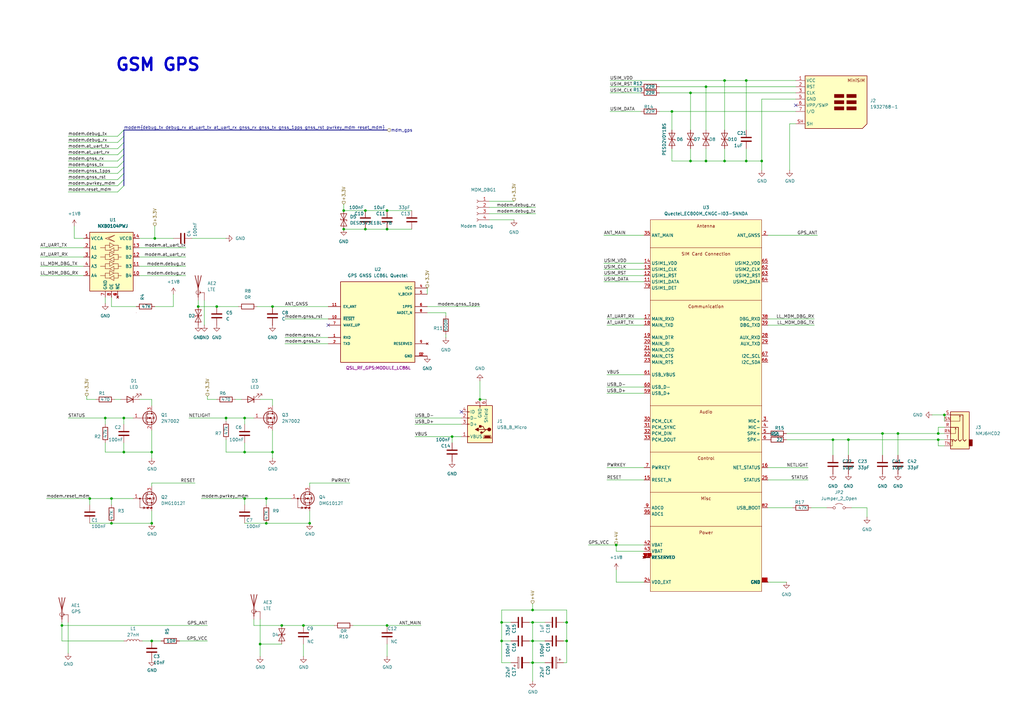
<source format=kicad_sch>
(kicad_sch (version 20231120) (generator "eeschema") (generator_version "8.0")
  (paper "A3")
  (junction (at 45.72 214.63))
  (junction (at 196.85 163.83))
  (junction (at 25.4 256.54))
  (junction (at 312.42 66.04))
  (junction (at 232.41 262.89))
  (junction (at 50.8 171.45))
  (junction (at 252.73 223.52))
  (junction (at 158.75 86.36))
  (junction (at 218.44 250.19))
  (junction (at 218.44 255.27))
  (junction (at 185.42 179.07))
  (junction (at 283.21 66.04))
  (junction (at 63.5 97.79))
  (junction (at 109.22 214.63))
  (junction (at 232.41 255.27))
  (junction (at 111.76 185.42))
  (junction (at 158.75 256.54))
  (junction (at 109.22 204.47))
  (junction (at 368.3 177.8))
  (junction (at 62.23 214.63))
  (junction (at 283.21 38.1))
  (junction (at 347.98 180.34))
  (junction (at 140.97 86.36))
  (junction (at 62.23 262.89))
  (junction (at 50.8 185.42))
  (junction (at 275.59 45.72))
  (junction (at 111.76 125.73))
  (junction (at 341.63 180.34))
  (junction (at 92.71 171.45))
  (junction (at 289.56 35.56))
  (junction (at 81.28 125.73))
  (junction (at 205.74 255.27))
  (junction (at 115.57 256.54))
  (junction (at 43.18 171.45))
  (junction (at 88.9 125.73))
  (junction (at 218.44 271.78))
  (junction (at 45.72 204.47))
  (junction (at 124.46 256.54))
  (junction (at 384.81 180.34))
  (junction (at 205.74 262.89))
  (junction (at 361.95 177.8))
  (junction (at 127 214.63))
  (junction (at 140.97 93.98))
  (junction (at 149.86 93.98))
  (junction (at 100.33 171.45))
  (junction (at 62.23 185.42))
  (junction (at 149.86 86.36))
  (junction (at 36.83 204.47))
  (junction (at 297.18 33.02))
  (junction (at 218.44 262.89))
  (junction (at 158.75 93.98))
  (junction (at 297.18 66.04))
  (junction (at 289.56 66.04))
  (junction (at 306.07 66.04))
  (junction (at 100.33 204.47))
  (junction (at 387.35 170.18))
  (junction (at 306.07 33.02))
  (junction (at 106.68 264.16))
  (junction (at 100.33 185.42))
  (junction (at 384.81 177.8))
  (no_connect (at 189.23 168.91))
  (no_connect (at 326.39 43.18))
  (no_connect (at 134.62 133.35))
  (bus_entry (at 50.8 58.42) (size -2.54 2.54))
  (bus_entry (at 50.8 55.88) (size -2.54 2.54))
  (bus_entry (at 50.8 66.04) (size -2.54 2.54))
  (bus_entry (at 50.8 68.58) (size -2.54 2.54))
  (bus_entry (at 50.8 71.12) (size -2.54 2.54))
  (bus_entry (at 50.8 53.34) (size -2.54 2.54))
  (bus_entry (at 50.8 73.66) (size -2.54 2.54))
  (bus_entry (at 50.8 76.2) (size -2.54 2.54))
  (bus_entry (at 50.8 63.5) (size -2.54 2.54))
  (bus_entry (at 50.8 60.96) (size -2.54 2.54))
  (wire (pts (xy 368.3 177.8) (xy 384.81 177.8)))
  (wire (pts (xy 100.33 181.61) (xy 100.33 185.42)))
  (wire (pts (xy 209.55 262.89) (xy 205.74 262.89)))
  (wire (pts (xy 347.98 180.34) (xy 347.98 186.69)))
  (wire (pts (xy 92.71 171.45) (xy 92.71 172.72)))
  (wire (pts (xy 247.65 107.95) (xy 264.16 107.95)))
  (wire (pts (xy 88.9 125.73) (xy 97.79 125.73)))
  (wire (pts (xy 81.28 125.73) (xy 88.9 125.73)))
  (wire (pts (xy 252.73 238.76) (xy 252.73 233.68)))
  (wire (pts (xy 27.94 66.04) (xy 48.26 66.04)))
  (wire (pts (xy 270.51 45.72) (xy 275.59 45.72)))
  (wire (pts (xy 106.68 254) (xy 106.68 264.16)))
  (wire (pts (xy 36.83 204.47) (xy 36.83 207.01)))
  (wire (pts (xy 27.94 73.66) (xy 48.26 73.66)))
  (wire (pts (xy 322.58 180.34) (xy 341.63 180.34)))
  (wire (pts (xy 322.58 238.76) (xy 314.96 238.76)))
  (wire (pts (xy 85.09 162.56) (xy 85.09 163.83)))
  (wire (pts (xy 297.18 66.04) (xy 306.07 66.04)))
  (wire (pts (xy 124.46 269.24) (xy 124.46 264.16)))
  (wire (pts (xy 264.16 238.76) (xy 252.73 238.76)))
  (wire (pts (xy 43.18 181.61) (xy 43.18 185.42)))
  (wire (pts (xy 297.18 33.02) (xy 306.07 33.02)))
  (wire (pts (xy 63.5 92.71) (xy 63.5 97.79)))
  (wire (pts (xy 27.94 171.45) (xy 43.18 171.45)))
  (wire (pts (xy 306.07 33.02) (xy 326.39 33.02)))
  (wire (pts (xy 45.72 214.63) (xy 62.23 214.63)))
  (wire (pts (xy 223.52 262.89) (xy 218.44 262.89)))
  (wire (pts (xy 96.52 163.83) (xy 99.06 163.83)))
  (wire (pts (xy 27.94 68.58) (xy 48.26 68.58)))
  (wire (pts (xy 27.94 63.5) (xy 48.26 63.5)))
  (wire (pts (xy 218.44 247.65) (xy 218.44 250.19)))
  (wire (pts (xy 30.48 97.79) (xy 34.29 97.79)))
  (wire (pts (xy 57.15 97.79) (xy 63.5 97.79)))
  (wire (pts (xy 100.33 204.47) (xy 100.33 207.01)))
  (wire (pts (xy 127 214.63) (xy 127 209.55)))
  (wire (pts (xy 50.8 181.61) (xy 50.8 185.42)))
  (wire (pts (xy 306.07 66.04) (xy 312.42 66.04)))
  (wire (pts (xy 58.42 262.89) (xy 62.23 262.89)))
  (wire (pts (xy 297.18 60.96) (xy 297.18 66.04)))
  (wire (pts (xy 140.97 93.98) (xy 149.86 93.98)))
  (wire (pts (xy 111.76 125.73) (xy 134.62 125.73)))
  (wire (pts (xy 331.47 196.85) (xy 314.96 196.85)))
  (wire (pts (xy 140.97 86.36) (xy 149.86 86.36)))
  (wire (pts (xy 111.76 163.83) (xy 111.76 166.37)))
  (wire (pts (xy 289.56 66.04) (xy 297.18 66.04)))
  (wire (pts (xy 210.82 90.17) (xy 200.66 90.17)))
  (wire (pts (xy 182.88 128.27) (xy 182.88 129.54)))
  (wire (pts (xy 43.18 171.45) (xy 50.8 171.45)))
  (wire (pts (xy 331.47 191.77) (xy 314.96 191.77)))
  (wire (pts (xy 218.44 255.27) (xy 218.44 262.89)))
  (wire (pts (xy 387.35 170.18) (xy 387.35 172.72)))
  (wire (pts (xy 205.74 255.27) (xy 209.55 255.27)))
  (wire (pts (xy 175.26 128.27) (xy 182.88 128.27)))
  (wire (pts (xy 283.21 38.1) (xy 283.21 53.34)))
  (bus (pts (xy 50.8 58.42) (xy 50.8 60.96)))
  (wire (pts (xy 384.81 182.88) (xy 384.81 180.34)))
  (wire (pts (xy 247.65 113.03) (xy 264.16 113.03)))
  (wire (pts (xy 92.71 97.79) (xy 78.74 97.79)))
  (wire (pts (xy 71.12 125.73) (xy 71.12 120.65)))
  (wire (pts (xy 361.95 177.8) (xy 361.95 186.69)))
  (wire (pts (xy 218.44 255.27) (xy 223.52 255.27)))
  (wire (pts (xy 231.14 271.78) (xy 232.41 271.78)))
  (wire (pts (xy 82.55 204.47) (xy 100.33 204.47)))
  (wire (pts (xy 248.92 196.85) (xy 264.16 196.85)))
  (wire (pts (xy 36.83 204.47) (xy 45.72 204.47)))
  (wire (pts (xy 16.51 105.41) (xy 34.29 105.41)))
  (wire (pts (xy 35.56 163.83) (xy 39.37 163.83)))
  (wire (pts (xy 45.72 121.92) (xy 45.72 125.73)))
  (wire (pts (xy 252.73 223.52) (xy 264.16 223.52)))
  (wire (pts (xy 149.86 86.36) (xy 158.75 86.36)))
  (wire (pts (xy 43.18 171.45) (xy 43.18 173.99)))
  (wire (pts (xy 158.75 269.24) (xy 158.75 264.16)))
  (wire (pts (xy 335.28 96.52) (xy 314.96 96.52)))
  (wire (pts (xy 57.15 109.22) (xy 76.2 109.22)))
  (wire (pts (xy 314.96 208.28) (xy 325.12 208.28)))
  (wire (pts (xy 85.09 163.83) (xy 88.9 163.83)))
  (wire (pts (xy 170.18 179.07) (xy 185.42 179.07)))
  (wire (pts (xy 210.82 82.55) (xy 200.66 82.55)))
  (wire (pts (xy 140.97 83.82) (xy 140.97 86.36)))
  (bus (pts (xy 50.8 63.5) (xy 50.8 66.04)))
  (wire (pts (xy 116.84 140.97) (xy 134.62 140.97)))
  (wire (pts (xy 283.21 60.96) (xy 283.21 66.04)))
  (wire (pts (xy 35.56 162.56) (xy 35.56 163.83)))
  (wire (pts (xy 289.56 60.96) (xy 289.56 66.04)))
  (wire (pts (xy 368.3 177.8) (xy 368.3 186.69)))
  (wire (pts (xy 218.44 271.78) (xy 223.52 271.78)))
  (wire (pts (xy 297.18 33.02) (xy 297.18 53.34)))
  (wire (pts (xy 289.56 35.56) (xy 289.56 53.34)))
  (wire (pts (xy 196.85 156.21) (xy 196.85 163.83)))
  (wire (pts (xy 104.14 254) (xy 104.14 256.54)))
  (wire (pts (xy 217.17 255.27) (xy 218.44 255.27)))
  (wire (pts (xy 16.51 113.03) (xy 34.29 113.03)))
  (wire (pts (xy 57.15 101.6) (xy 76.2 101.6)))
  (bus (pts (xy 50.8 66.04) (xy 50.8 68.58)))
  (wire (pts (xy 115.57 256.54) (xy 124.46 256.54)))
  (wire (pts (xy 349.25 208.28) (xy 355.6 208.28)))
  (wire (pts (xy 62.23 198.12) (xy 62.23 199.39)))
  (wire (pts (xy 143.51 198.12) (xy 127 198.12)))
  (wire (pts (xy 100.33 185.42) (xy 111.76 185.42)))
  (wire (pts (xy 144.78 256.54) (xy 158.75 256.54)))
  (wire (pts (xy 314.96 130.81) (xy 334.01 130.81)))
  (wire (pts (xy 45.72 125.73) (xy 55.88 125.73)))
  (wire (pts (xy 384.81 177.8) (xy 387.35 177.8)))
  (wire (pts (xy 270.51 38.1) (xy 283.21 38.1)))
  (wire (pts (xy 62.23 163.83) (xy 62.23 166.37)))
  (wire (pts (xy 127 198.12) (xy 127 199.39)))
  (wire (pts (xy 312.42 66.04) (xy 312.42 69.85)))
  (wire (pts (xy 289.56 35.56) (xy 326.39 35.56)))
  (wire (pts (xy 341.63 180.34) (xy 341.63 186.69)))
  (wire (pts (xy 106.68 264.16) (xy 106.68 269.24)))
  (wire (pts (xy 25.4 256.54) (xy 85.09 256.54)))
  (wire (pts (xy 205.74 250.19) (xy 218.44 250.19)))
  (wire (pts (xy 104.14 256.54) (xy 115.57 256.54)))
  (wire (pts (xy 326.39 50.8) (xy 323.85 50.8)))
  (wire (pts (xy 217.17 271.78) (xy 218.44 271.78)))
  (wire (pts (xy 250.19 45.72) (xy 262.89 45.72)))
  (wire (pts (xy 63.5 97.79) (xy 71.12 97.79)))
  (wire (pts (xy 45.72 204.47) (xy 45.72 207.01)))
  (wire (pts (xy 205.74 255.27) (xy 205.74 250.19)))
  (wire (pts (xy 92.71 180.34) (xy 92.71 185.42)))
  (wire (pts (xy 387.35 175.26) (xy 384.81 175.26)))
  (wire (pts (xy 306.07 33.02) (xy 306.07 53.34)))
  (wire (pts (xy 109.22 204.47) (xy 119.38 204.47)))
  (wire (pts (xy 43.18 124.46) (xy 43.18 121.92)))
  (wire (pts (xy 218.44 262.89) (xy 217.17 262.89)))
  (wire (pts (xy 252.73 226.06) (xy 252.73 223.52)))
  (wire (pts (xy 387.35 180.34) (xy 384.81 180.34)))
  (wire (pts (xy 275.59 66.04) (xy 283.21 66.04)))
  (wire (pts (xy 81.28 123.19) (xy 81.28 125.73)))
  (wire (pts (xy 219.71 85.09) (xy 200.66 85.09)))
  (wire (pts (xy 347.98 180.34) (xy 384.81 180.34)))
  (wire (pts (xy 116.84 130.81) (xy 134.62 130.81)))
  (wire (pts (xy 57.15 105.41) (xy 76.2 105.41)))
  (wire (pts (xy 57.15 163.83) (xy 62.23 163.83)))
  (bus (pts (xy 50.8 53.34) (xy 50.8 55.88)))
  (wire (pts (xy 109.22 214.63) (xy 127 214.63)))
  (wire (pts (xy 27.94 71.12) (xy 48.26 71.12)))
  (wire (pts (xy 25.4 262.89) (xy 50.8 262.89)))
  (wire (pts (xy 106.68 163.83) (xy 111.76 163.83)))
  (wire (pts (xy 218.44 271.78) (xy 218.44 279.4)))
  (wire (pts (xy 62.23 209.55) (xy 62.23 214.63)))
  (wire (pts (xy 36.83 214.63) (xy 45.72 214.63)))
  (wire (pts (xy 205.74 255.27) (xy 205.74 262.89)))
  (wire (pts (xy 248.92 133.35) (xy 264.16 133.35)))
  (wire (pts (xy 250.19 38.1) (xy 262.89 38.1)))
  (wire (pts (xy 250.19 33.02) (xy 297.18 33.02)))
  (wire (pts (xy 231.14 262.89) (xy 232.41 262.89)))
  (wire (pts (xy 109.22 204.47) (xy 109.22 207.01)))
  (wire (pts (xy 100.33 204.47) (xy 109.22 204.47)))
  (wire (pts (xy 196.85 163.83) (xy 199.39 163.83)))
  (wire (pts (xy 57.15 113.03) (xy 76.2 113.03)))
  (wire (pts (xy 62.23 262.89) (xy 66.04 262.89)))
  (wire (pts (xy 384.81 175.26) (xy 384.81 177.8)))
  (wire (pts (xy 182.88 138.43) (xy 182.88 137.16)))
  (wire (pts (xy 247.65 110.49) (xy 264.16 110.49)))
  (wire (pts (xy 170.18 171.45) (xy 189.23 171.45)))
  (wire (pts (xy 63.5 125.73) (xy 71.12 125.73)))
  (wire (pts (xy 185.42 179.07) (xy 185.42 181.61)))
  (bus (pts (xy 50.8 60.96) (xy 50.8 63.5)))
  (wire (pts (xy 149.86 93.98) (xy 158.75 93.98)))
  (wire (pts (xy 248.92 158.75) (xy 264.16 158.75)))
  (wire (pts (xy 382.27 170.18) (xy 387.35 170.18)))
  (wire (pts (xy 248.92 130.81) (xy 264.16 130.81)))
  (bus (pts (xy 50.8 53.34) (xy 158.75 53.34)))
  (wire (pts (xy 116.84 138.43) (xy 134.62 138.43)))
  (wire (pts (xy 275.59 45.72) (xy 326.39 45.72)))
  (wire (pts (xy 27.94 60.96) (xy 48.26 60.96)))
  (wire (pts (xy 248.92 191.77) (xy 264.16 191.77)))
  (wire (pts (xy 218.44 250.19) (xy 232.41 250.19)))
  (wire (pts (xy 43.18 185.42) (xy 50.8 185.42)))
  (wire (pts (xy 241.3 223.52) (xy 252.73 223.52)))
  (wire (pts (xy 92.71 171.45) (xy 100.33 171.45)))
  (wire (pts (xy 92.71 185.42) (xy 100.33 185.42)))
  (wire (pts (xy 232.41 262.89) (xy 232.41 271.78)))
  (wire (pts (xy 322.58 177.8) (xy 361.95 177.8)))
  (wire (pts (xy 50.8 171.45) (xy 54.61 171.45)))
  (wire (pts (xy 264.16 226.06) (xy 252.73 226.06)))
  (wire (pts (xy 323.85 50.8) (xy 323.85 69.85)))
  (wire (pts (xy 247.65 96.52) (xy 264.16 96.52)))
  (wire (pts (xy 219.71 87.63) (xy 200.66 87.63)))
  (wire (pts (xy 218.44 262.89) (xy 218.44 271.78)))
  (wire (pts (xy 27.94 255.27) (xy 27.94 267.97)))
  (wire (pts (xy 158.75 93.98) (xy 168.91 93.98)))
  (wire (pts (xy 100.33 171.45) (xy 104.14 171.45)))
  (wire (pts (xy 332.74 208.28) (xy 339.09 208.28)))
  (wire (pts (xy 124.46 256.54) (xy 137.16 256.54)))
  (wire (pts (xy 46.99 163.83) (xy 49.53 163.83)))
  (wire (pts (xy 158.75 86.36) (xy 168.91 86.36)))
  (wire (pts (xy 170.18 173.99) (xy 189.23 173.99)))
  (wire (pts (xy 62.23 176.53) (xy 62.23 185.42)))
  (bus (pts (xy 50.8 73.66) (xy 50.8 76.2)))
  (wire (pts (xy 248.92 161.29) (xy 264.16 161.29)))
  (wire (pts (xy 314.96 133.35) (xy 334.01 133.35)))
  (wire (pts (xy 50.8 171.45) (xy 50.8 173.99)))
  (wire (pts (xy 175.26 118.11) (xy 175.26 120.65)))
  (wire (pts (xy 106.68 264.16) (xy 115.57 264.16)))
  (wire (pts (xy 111.76 176.53) (xy 111.76 185.42)))
  (wire (pts (xy 248.92 153.67) (xy 264.16 153.67)))
  (wire (pts (xy 105.41 125.73) (xy 111.76 125.73)))
  (wire (pts (xy 347.98 180.34) (xy 341.63 180.34)))
  (wire (pts (xy 387.35 182.88) (xy 384.81 182.88)))
  (bus (pts (xy 50.8 55.88) (xy 50.8 58.42)))
  (wire (pts (xy 45.72 204.47) (xy 54.61 204.47)))
  (wire (pts (xy 27.94 78.74) (xy 48.26 78.74)))
  (wire (pts (xy 85.09 262.89) (xy 73.66 262.89)))
  (wire (pts (xy 25.4 256.54) (xy 25.4 262.89)))
  (wire (pts (xy 185.42 179.07) (xy 189.23 179.07)))
  (wire (pts (xy 30.48 92.71) (xy 30.48 97.79)))
  (wire (pts (xy 62.23 185.42) (xy 62.23 187.96)))
  (wire (pts (xy 283.21 66.04) (xy 289.56 66.04)))
  (bus (pts (xy 50.8 68.58) (xy 50.8 71.12)))
  (wire (pts (xy 306.07 60.96) (xy 306.07 66.04)))
  (wire (pts (xy 27.94 58.42) (xy 48.26 58.42)))
  (wire (pts (xy 100.33 214.63) (xy 109.22 214.63)))
  (wire (pts (xy 16.51 109.22) (xy 34.29 109.22)))
  (wire (pts (xy 250.19 35.56) (xy 262.89 35.56)))
  (wire (pts (xy 77.47 171.45) (xy 92.71 171.45)))
  (wire (pts (xy 80.01 198.12) (xy 62.23 198.12)))
  (wire (pts (xy 83.82 123.19) (xy 83.82 133.35)))
  (wire (pts (xy 209.55 271.78) (xy 205.74 271.78)))
  (wire (pts (xy 19.05 204.47) (xy 36.83 204.47)))
  (wire (pts (xy 275.59 60.96) (xy 275.59 66.04)))
  (wire (pts (xy 100.33 171.45) (xy 100.33 173.99)))
  (wire (pts (xy 270.51 35.56) (xy 289.56 35.56)))
  (wire (pts (xy 27.94 55.88) (xy 48.26 55.88)))
  (wire (pts (xy 158.75 256.54) (xy 172.72 256.54)))
  (wire (pts (xy 50.8 185.42) (xy 62.23 185.42)))
  (bus (pts (xy 50.8 71.12) (xy 50.8 73.66)))
  (wire (pts (xy 27.94 76.2) (xy 48.26 76.2)))
  (wire (pts (xy 247.65 115.57) (xy 264.16 115.57)))
  (wire (pts (xy 111.76 185.42) (xy 111.76 187.96)))
  (wire (pts (xy 196.85 125.73) (xy 175.26 125.73)))
  (wire (pts (xy 355.6 208.28) (xy 355.6 212.09)))
  (wire (pts (xy 312.42 40.64) (xy 326.39 40.64)))
  (wire (pts (xy 232.41 255.27) (xy 231.14 255.27)))
  (wire (pts (xy 312.42 66.04) (xy 312.42 40.64)))
  (wire (pts (xy 232.41 250.19) (xy 232.41 255.27)))
  (wire (pts (xy 283.21 38.1) (xy 326.39 38.1)))
  (wire (pts (xy 275.59 45.72) (xy 275.59 53.34)))
  (wire (pts (xy 16.51 101.6) (xy 34.29 101.6)))
  (wire (pts (xy 232.41 255.27) (xy 232.41 262.89)))
  (wire (pts (xy 361.95 177.8) (xy 368.3 177.8)))
  (wire (pts (xy 25.4 255.27) (xy 25.4 256.54)))
  (wire (pts (xy 205.74 262.89) (xy 205.74 271.78)))
  (text "GSM GPS" (at 64.77 26.67 0) (effects (font (size 5 5) (thickness 1) (bold yes))))
  (label "AT_UART_RX" (at 248.92 130.81 0))
  (label "VBUS" (at 248.92 153.67 0))
  (label "USIM_DATA" (at 247.65 115.57 0))
  (label "USIM_RST" (at 247.65 113.03 0))
  (label "modem.at_uart_tx" (at 76.2 101.6 180))
  (label "modem.pwrkey_mdm" (at 27.94 76.2 0))
  (label "LL_MDM_DBG_RX" (at 334.01 130.81 180))
  (label "modem.debug_tx" (at 27.94 55.88 0))
  (label "modem.gnss_rst" (at 27.94 73.66 0))
  (label "AT_UART_TX" (at 16.51 101.6 0))
  (label "NETLIGHT" (at 77.47 171.45 0))
  (label "modem.reset_mdm" (at 27.94 78.74 0))
  (label "modem.gnss_rx" (at 27.94 66.04 0))
  (label "modem.gnss_tx" (at 27.94 68.58 0))
  (label "LL_MDM_DBG_TX" (at 16.51 109.22 0))
  (label "LL_MDM_DBG_TX" (at 334.01 133.35 180))
  (label "RESET" (at 248.92 196.85 0))
  (label "GPS_VCC" (at 241.3 223.52 0))
  (label "USB_D+" (at 170.18 173.99 0))
  (label "ANT_MAIN" (at 247.65 96.52 0))
  (label "USB_D-" (at 170.18 171.45 0))
  (label "USB_D-" (at 248.92 158.75 0))
  (label "USIM_VDD" (at 247.65 107.95 0))
  (label "AT_UART_TX" (at 248.92 133.35 0))
  (label "modem.gnss_tx" (at 116.84 140.97 0))
  (label "modem.gnss_1pps" (at 27.94 71.12 0))
  (label "STATUS" (at 27.94 171.45 0))
  (label "STATUS" (at 331.47 196.85 180))
  (label "GPS_VCC" (at 85.09 262.89 180))
  (label "USIM_RST" (at 250.19 35.56 0))
  (label "modem.at_uart_tx" (at 27.94 60.96 0))
  (label "NETLIGHT" (at 331.47 191.77 180))
  (label "USIM_VDD" (at 250.19 33.02 0))
  (label "modem.debug_rx" (at 27.94 58.42 0))
  (label "modem.debug_rx" (at 76.2 113.03 180))
  (label "LL_MDM_DBG_RX" (at 16.51 113.03 0))
  (label "modem.at_uart_rx" (at 76.2 105.41 180))
  (label "modem{debug_tx debug_rx at_uart_tx at_uart_rx gnss_rx gnss_tx gnss_1pps gnss_rst pwrkey_mdm reset_mdm}" (at 50.8 53.34 0))
  (label "PWRKEY" (at 248.92 191.77 0))
  (label "PWRKEY" (at 143.51 198.12 180))
  (label "ANT_MAIN" (at 172.72 256.54 180))
  (label "modem.gnss_rst" (at 116.84 130.81 0))
  (label "AT_UART_RX" (at 16.51 105.41 0))
  (label "modem.gnss_1pps" (at 196.85 125.73 180))
  (label "USIM_CLK" (at 247.65 110.49 0))
  (label "USB_D+" (at 248.92 161.29 0))
  (label "USIM_DATA" (at 250.19 45.72 0))
  (label "modem.gnss_rx" (at 116.84 138.43 0))
  (label "modem.debug_tx" (at 219.71 87.63 180))
  (label "GPS_ANT" (at 85.09 256.54 180))
  (label "modem.reset_mdm" (at 19.05 204.47 0))
  (label "modem.debug_rx" (at 219.71 85.09 180))
  (label "VBUS" (at 170.18 179.07 0))
  (label "modem.pwrkey_mdm" (at 82.55 204.47 0))
  (label "RESET" (at 80.01 198.12 180))
  (label "USIM_CLK" (at 250.19 38.1 0))
  (label "modem.debug_tx" (at 76.2 109.22 180))
  (label "GPS_ANT" (at 335.28 96.52 180))
  (label "modem.at_uart_rx" (at 27.94 63.5 0))
  (label "ANT_GNSS" (at 116.84 125.73 0))
  (hierarchical_label "+3.3V" (shape input) (at 140.97 83.82 90))
  (hierarchical_label "+3.3V" (shape input) (at 175.26 118.11 90))
  (hierarchical_label "+3.3V" (shape input) (at 35.56 162.56 90))
  (hierarchical_label "+4V" (shape input) (at 252.73 223.52 90))
  (hierarchical_label "mdm_gps" (shape input) (at 158.75 53.34 0))
  (hierarchical_label "+4V" (shape input) (at 218.44 247.65 90))
  (hierarchical_label "+3.3V" (shape input) (at 85.09 162.56 90))
  (hierarchical_label "+3.3V" (shape input) (at 63.5 92.71 90))
  (hierarchical_label "+3.3V" (shape input) (at 210.82 82.55 90))
  (symbol (lib_id "power:GND") (at 361.95 194.31 0) (unit 1)
    (property "Reference" "#PWR032" (effects (hide yes)))
    (property "Value" "GND" (at 361.95 199.39 0))
    (property "Description" "Power symbol creates a global label with name \"GND\" , ground" (effects (hide yes)))
  )
  (symbol (lib_id "Transistor_FET:DMG1012T") (at 124.46 204.47 0) (unit 1)
    (property "Reference" "Q4" (at 130.81 203.8984 0) (effects (justify left)))
    (property "Value" "DMG1012T" (at 130.81 206.4384 0) (effects (justify left)))
    (property "Footprint" "Package_TO_SOT_SMD:SOT-523" (effects (hide yes)))
    (property "Datasheet" "https://www.diodes.com/assets/Datasheets/ds31783.pdf" (effects (hide yes)))
    (property "Description" "20V Vds, 0.63 Id, N-Channel MOSFET with ESD protection, SOT-523" (effects (hide yes)))
    (property "Order" "https://www.mouser.vn/ProductDetail/Diodes-Incorporated/DMG1012T-7?qs=vIZ3oKQCLxoEnfyeB0HcGQ%3D%3D&srsltid=AfmBOoqRPLKHhD9PXrGb4mmYI4uEF9orsBisH3EDsfEf-Boy45JVQsqm" (effects (hide yes)))
  )
  (symbol (lib_id "power:GND") (at 158.75 269.24 0) (unit 1)
    (property "Reference" "#PWR018" (effects (hide yes)))
    (property "Value" "GND" (at 158.877 273.6342 0))
  )
  (symbol (lib_id "Device:Antenna_Shield") (at 25.4 250.19 0) (unit 1)
    (property "Reference" "AE1" (at 29.21 248.2849 0) (effects (justify left)))
    (property "Value" "GPS" (at 29.21 250.8249 0) (effects (justify left)))
    (property "Footprint" "Connector_Coaxial:SMA_Amphenol_132289_EdgeMount" (effects (hide yes)))
    (property "Description" "Antenna with extra pin for shielding" (effects (hide yes)))
    (property "Order" "https://www.lcsc.com/product-detail/RF-Connectors-Coaxial-Connectors_BAT-WIRELESS-BWSMA-KE-P001_C496550.html" (effects (hide yes)))
    (property "Description_1" "BWSMA-KE-P001" (effects (hide yes)))
  )
  (symbol (lib_id "Device:R") (at 101.6 125.73 90) (unit 1)
    (property "Reference" "R8" (at 101.6 119.38 90))
    (property "Value" "0R" (at 101.6 121.92 90))
    (property "Footprint" "Resistor_SMD:R_0603_1608Metric" (effects (hide yes)))
    (property "Description" "Resistor" (effects (hide yes)))
    (property "Order" "https://www.lcsc.com/product-detail/Chip-Resistor-Surface-Mount_FOJAN-FRC0603F0000TS_C2906974.html?s_z=n_10k" (effects (hide yes)))
  )
  (symbol (lib_id "Device:R") (at 266.7 38.1 90) (unit 1)
    (property "Reference" "R13" (at 261.62 36.83 90))
    (property "Value" "22R" (at 266.7 38.1 90))
    (property "Footprint" "Resistor_SMD:R_0805_2012Metric" (effects (hide yes)))
    (property "Order" "https://www.lcsc.com/product-detail/Chip-Resistor-Surface-Mount_UNI-ROYAL-Uniroyal-Elec-0402WGF220JTCE_C25092.html" (effects (hide yes)))
  )
  (symbol (lib_id "Device:C") (at 36.83 210.82 0) (unit 1)
    (property "Reference" "C1" (at 37.465 213.36 0) (effects (justify left)))
    (property "Value" "100nF" (at 37.465 215.9 0) (effects (justify left)))
    (property "Footprint" "Capacitor_SMD:C_0805_2012Metric" (effects (hide yes)))
    (property "Order" "https://www.lcsc.com/product-detail/Multilayer-Ceramic-Capacitors-MLCC-SMD-SMT_YAGEO-CC0805KRX7R9BB104_C49678.html" (effects (hide yes)))
  )
  (symbol (lib_id "Device:C") (at 341.63 190.5 0) (unit 1)
    (property "Reference" "C22" (at 345.44 189.2299 0) (effects (justify left)))
    (property "Value" "10pF" (at 345.44 191.7699 0) (effects (justify left)))
    (property "Footprint" "Capacitor_SMD:C_0603_1608Metric" (effects (hide yes)))
    (property "Description" "Unpolarized capacitor" (effects (hide yes)))
    (property "Order" "https://www.lcsc.com/product-detail/Multilayer-Ceramic-Capacitors-MLCC-SMD-SMT_CCTC-TCC0603COG100J500CT_C376764.html?s_z=n_10pF%25200603" (effects (hide yes)))
  )
  (symbol (lib_id "Device:R") (at 318.77 177.8 90) (mirror x) (unit 1)
    (property "Reference" "R15" (at 317.754 175.514 90) (effects (justify right)))
    (property "Value" "22" (at 316.484 177.8 90) (effects (justify right)))
    (property "Footprint" "Resistor_SMD:R_0603_1608Metric" (effects (hide yes)))
    (property "Description" "Resistor" (effects (hide yes)))
    (property "Order" "https://www.lcsc.com/product-detail/Chip-Resistor-Surface-Mount_UNI-ROYAL-Uniroyal-Elec-0603WAF220JT5E_C23345.html?s_z=n_10k" (effects (hide yes)))
  )
  (symbol (lib_id "Device:R") (at 59.69 125.73 270) (unit 1)
    (property "Reference" "R4" (at 58.4199 123.19 0) (effects (justify right)))
    (property "Value" "47K" (at 61.976 125.73 90) (effects (justify right)))
    (property "Footprint" "Resistor_SMD:R_0805_2012Metric" (effects (hide yes)))
    (property "Description" "Resistor" (effects (hide yes)))
    (property "Order" "https://www.lcsc.com/product-detail/Chip-Resistor-Surface-Mount_Viking-Tech-ARG05FTC4702_C218592.html?s_z=n_10k" (effects (hide yes)))
  )
  (symbol (lib_id "CTS_RF_GSM:Quectel_EC800M_CN") (at 289.56 166.37 0) (unit 1)
    (property "Reference" "U3" (at 289.56 85.09 0))
    (property "Value" "Quectel_EC800M_CNGC-I03-SNNDA" (at 289.56 87.63 0))
    (property "Footprint" "CTS_RF_GSM:Quectel_EC800M_CN" (effects (hide yes)))
    (property "Order" "https://linhkienthuduc.com/san-pham/module-sim-quectel-4g-ec800m-ho-tro-volte-cai/?srsltid=AfmBOoqqm4X5U8XqruXns4vibEk_N1nG3E7IiVTBr967UCtKbWFkmqob" (effects (hide yes)))
  )
  (symbol (lib_id "CTS_Diode:PESD2V0Y1BS") (at 297.18 57.15 90) (unit 1)
    (property "Reference" "D10" (at 298.45 57.15 90) (effects (justify right)))
    (property "Value" "PESD2V0Y1BS" (effects (hide yes)))
    (property "Footprint" "Diode_SMD:D_0201_0603Metric" (effects (hide yes)))
    (property "Datasheet" "https://assets.nexperia.com/documents/data-sheet/PESD2V0Y1BSF.pdf" (effects (hide yes)))
    (property "Order" "https://www.mouser.vn/ProductDetail/Nexperia/PESD2V0Y1BSFYL?qs=F5EMLAvA7IB7r2%252BuwsNJ2A%3D%3D" (effects (hide yes)))
  )
  (symbol (lib_id "Connector_Audio:NMJ6HCD2") (at 392.43 175.26 0) (mirror y) (unit 1)
    (property "Reference" "J3" (at 400.05 175.2599 0) (effects (justify right)))
    (property "Value" "NMJ6HCD2" (at 400.05 177.7999 0) (effects (justify right)))
    (property "Footprint" "Connector_Audio:Jack_3.5mm_CUI_SJ2-3593D-SMT_Horizontal" (effects (hide yes)))
    (property "Datasheet" "https://www.neutrik.com/en/product/nmj6hcd2" (effects (hide yes)))
    (property "Description" "M Series, 6.35mm (1/4in) stereo jack, switched, with chrome ferrule and straight PCB pins" (effects (hide yes)))
  )
  (symbol (lib_id "power:GND") (at 92.71 97.79 90) (unit 1)
    (property "Reference" "#PWR011" (effects (hide yes)))
    (property "Value" "GND" (at 96.52 97.7899 90) (effects (justify right)))
    (property "Description" "Power symbol creates a global label with name \"GND\" , ground" (effects (hide yes)))
  )
  (symbol (lib_id "Device:R") (at 182.88 133.35 180) (unit 1)
    (property "Reference" "R11" (at 179.705 134.62 0))
    (property "Value" "500R" (at 182.88 133.35 90))
    (property "Footprint" "Resistor_SMD:R_0805_2012Metric" (effects (hide yes)))
    (property "Order" "https://www.lcsc.com/product-detail/Chip-Resistor-Surface-Mount_YAGEO-RC0603FR-0747KL_C105579.html" (effects (hide yes)))
    (property "Note" "1%" (effects (hide yes)))
  )
  (symbol (lib_id "Device:R") (at 266.7 45.72 90) (unit 1)
    (property "Reference" "R14" (at 266.065 43.815 90))
    (property "Value" "22R" (at 266.7 45.72 90))
    (property "Footprint" "Resistor_SMD:R_0805_2012Metric" (effects (hide yes)))
    (property "Order" "https://www.lcsc.com/product-detail/Chip-Resistor-Surface-Mount_UNI-ROYAL-Uniroyal-Elec-0402WGF220JTCE_C25092.html" (effects (hide yes)))
  )
  (symbol (lib_id "Device:L") (at 54.61 262.89 90) (unit 1)
    (property "Reference" "L1" (at 54.61 257.81 90))
    (property "Value" "27nH" (at 54.61 260.35 90))
    (property "Footprint" "Inductor_SMD:L_0603_1608Metric" (effects (hide yes)))
    (property "Description" "Inductor" (effects (hide yes)))
    (property "Order" "https://www.mouser.com/ProductDetail/Pulse-Electronics/PE-0603CD270JTT?qs=sGAEpiMZZMv126LJFLh8ywP9KQvK79GU8h40GnU6BFM%3D" (effects (hide yes)))
  )
  (symbol (lib_id "SL_GNSS_LC86L:LC86L") (at 154.94 130.81 0) (unit 1)
    (property "Reference" "U2" (at 154.94 110.49 0))
    (property "Value" "GPS GNSS LC86L Quectel" (at 154.94 113.03 0))
    (property "Footprint" "QSL_RF_GPS:MODULE_LC86L" (at 155.194 151.638 0) (effects (justify bottom)))
    (property "MF" "Quectel" (effects (hide yes)))
    (property "MAXIMUM_PACKAGE_HEIGHT" "7.15 mm" (effects (hide yes)))
    (property "Package" "Custom Quectel" (effects (hide yes)))
    (property "Price" "None" (effects (hide yes)))
    (property "Check_prices" "https://www.snapeda.com/parts/LC86L/Quectel/view-part/?ref=eda" (effects (hide yes)))
    (property "STANDARD" "Manufacturer Recommendations" (effects (hide yes)))
    (property "PARTREV" "V1.2" (effects (hide yes)))
    (property "SnapEDA_Link" "https://www.snapeda.com/parts/LC86L/Quectel/view-part/?ref=snap" (effects (hide yes)))
    (property "MP" "LC86L" (effects (hide yes)))
    (property "Availability" "Not in stock" (effects (hide yes)))
    (property "MANUFACTURER" "Quectel" (effects (hide yes)))
    (property "Order" "https://www.proe.vn/gps-gnss-lc86l-quectel" (effects (hide yes)))
  )
  (symbol (lib_id "power:GND") (at 62.23 214.63 0) (unit 1)
    (property "Reference" "#PWR05" (effects (hide yes)))
    (property "Value" "GND" (at 62.357 219.0242 0))
  )
  (symbol (lib_id "Device:R") (at 43.18 177.8 180) (unit 1)
    (property "Reference" "R2" (at 40.005 179.07 0))
    (property "Value" "47k" (at 43.18 177.8 90))
    (property "Footprint" "Resistor_SMD:R_0805_2012Metric" (effects (hide yes)))
    (property "Order" "https://www.lcsc.com/product-detail/Chip-Resistor-Surface-Mount_Viking-Tech-ARG05FTC4702_C218592.html?s_z=n_10k" (effects (hide yes)))
    (property "Note" "1%" (effects (hide yes)))
  )
  (symbol (lib_id "Device:C") (at 100.33 177.8 180) (unit 1) (in_bom no)
    (property "Reference" "C6" (at 96.52 175.26 0) (effects (justify right)))
    (property "Value" "100nF" (at 93.98 180.34 0) (effects (justify right)))
    (property "Footprint" "Capacitor_SMD:C_0805_2012Metric" (effects (hide yes)))
    (property "Order" "https://www.lcsc.com/product-detail/Multilayer-Ceramic-Capacitors-MLCC-SMD-SMT_YAGEO-CC0805KRX7R9BB104_C49678.html" (effects (hide yes)))
  )
  (symbol (lib_id "power:GND") (at 111.76 187.96 0) (unit 1)
    (property "Reference" "#PWR014" (effects (hide yes)))
    (property "Value" "GND" (at 111.887 192.3542 0))
  )
  (symbol (lib_id "power:GND") (at 312.42 69.85 0) (unit 1)
    (property "Reference" "#PWR026" (effects (hide yes)))
    (property "Value" "GND" (at 312.547 74.2442 0))
  )
  (symbol (lib_id "Device:C") (at 62.23 266.7 0) (unit 1)
    (property "Reference" "C3" (at 62.865 269.24 0) (effects (justify left)))
    (property "Value" "10nF" (at 62.865 271.78 0) (effects (justify left)))
    (property "Footprint" "Capacitor_SMD:C_0805_2012Metric" (effects (hide yes)))
    (property "Order" "https://www.lcsc.com/product-detail/Multilayer-Ceramic-Capacitors-MLCC-SMD-SMT_YAGEO-CC0805KRX7R9BB103_C83170.html" (effects (hide yes)))
  )
  (symbol (lib_id "Device:R") (at 45.72 210.82 180) (unit 1)
    (property "Reference" "R3" (at 48.26 209.5499 0) (effects (justify right)))
    (property "Value" "47K" (at 45.72 213.106 90) (effects (justify right)))
    (property "Footprint" "Resistor_SMD:R_0805_2012Metric" (effects (hide yes)))
    (property "Description" "Resistor" (effects (hide yes)))
    (property "Order" "https://www.lcsc.com/product-detail/Chip-Resistor-Surface-Mount_Viking-Tech-ARG05FTC4702_C218592.html?s_z=n_10k" (effects (hide yes)))
  )
  (symbol (lib_id "power:GND") (at 185.42 189.23 0) (unit 1)
    (property "Reference" "#PWR021" (effects (hide yes)))
    (property "Value" "GND" (at 185.42 194.31 0))
    (property "Description" "Power symbol creates a global label with name \"GND\" , ground" (effects (hide yes)))
  )
  (symbol (lib_id "power:GND") (at 218.44 279.4 0) (unit 1)
    (property "Reference" "#PWR024" (effects (hide yes)))
    (property "Value" "GND" (at 218.567 283.7942 0))
  )
  (symbol (lib_id "Device:C") (at 74.93 97.79 90) (unit 1)
    (property "Reference" "C4" (at 77.47 97.155 0) (effects (justify left)))
    (property "Value" "100nF" (at 80.01 97.155 0) (effects (justify left)))
    (property "Footprint" "Capacitor_SMD:C_0805_2012Metric" (effects (hide yes)))
    (property "Order" "https://www.lcsc.com/product-detail/Multilayer-Ceramic-Capacitors-MLCC-SMD-SMT_YAGEO-CC0805KRX7R9BB104_C49678.html" (effects (hide yes)))
  )
  (symbol (lib_id "Device:R") (at 328.93 208.28 270) (unit 1)
    (property "Reference" "R17" (at 329.946 205.994 90) (effects (justify right)))
    (property "Value" "47K" (at 331.216 208.28 90) (effects (justify right)))
    (property "Footprint" "Resistor_SMD:R_0805_2012Metric" (effects (hide yes)))
    (property "Description" "Resistor" (effects (hide yes)))
    (property "Order" "https://www.lcsc.com/product-detail/Chip-Resistor-Surface-Mount_Viking-Tech-ARG05FTC4702_C218592.html?s_z=n_10k" (effects (hide yes)))
  )
  (symbol (lib_id "Device:C") (at 185.42 185.42 180) (unit 1)
    (property "Reference" "C14" (at 184.785 182.88 0) (effects (justify left)))
    (property "Value" "100nF" (at 184.785 180.34 0) (effects (justify left)))
    (property "Footprint" "Capacitor_SMD:C_0805_2012Metric" (effects (hide yes)))
    (property "Order" "https://www.lcsc.com/product-detail/Multilayer-Ceramic-Capacitors-MLCC-SMD-SMT_YAGEO-CC0805KRX7R9BB104_C49678.html" (effects (hide yes)))
  )
  (symbol (lib_id "Device:C") (at 227.33 262.89 270) (unit 1)
    (property "Reference" "C19" (at 224.79 263.525 0) (effects (justify left)))
    (property "Value" "100pF" (at 222.25 263.525 0) (effects (justify left)))
    (property "Footprint" "Capacitor_SMD:C_0805_2012Metric" (effects (hide yes)))
    (property "Order" "https://www.lcsc.com/product-detail/Multilayer-Ceramic-Capacitors-MLCC-SMD-SMT_YAGEO-CC0402JRNPO9BN101_C106200.html" (effects (hide yes)))
  )
  (symbol (lib_id "power:GND") (at 322.58 238.76 0) (unit 1)
    (property "Reference" "#PWR027" (effects (hide yes)))
    (property "Value" "GND" (at 322.58 243.84 0))
    (property "Description" "Power symbol creates a global label with name \"GND\" , ground" (effects (hide yes)))
  )
  (symbol (lib_id "power:GND") (at 27.94 267.97 0) (unit 1)
    (property "Reference" "#PWR01" (effects (hide yes)))
    (property "Value" "GND" (at 28.067 272.3642 0))
  )
  (symbol (lib_id "Device:Antenna_Shield") (at 81.28 118.11 0) (unit 1)
    (property "Reference" "AE2" (at 85.09 116.2049 0) (effects (justify left)))
    (property "Value" "LTE" (at 85.09 118.7449 0) (effects (justify left)))
    (property "Footprint" "CTS_Connector_Coaxial:SMA_Amphenol_A-4JA" (effects (hide yes)))
    (property "Description" "Antenna with extra pin for shielding" (effects (hide yes)))
    (property "Order" "https://www.lcsc.com/product-detail/RF-Connectors-Coaxial-Connectors_BAT-WIRELESS-BWSMA-KE-P001_C496550.html" (effects (hide yes)))
    (property "Description_1" "BWSMA-KE-P001" (effects (hide yes)))
  )
  (symbol (lib_id "power:GND") (at 341.63 194.31 0) (unit 1)
    (property "Reference" "#PWR029" (effects (hide yes)))
    (property "Value" "GND" (at 341.63 199.39 0))
    (property "Description" "Power symbol creates a global label with name \"GND\" , ground" (effects (hide yes)))
  )
  (symbol (lib_id "Device:C") (at 213.36 262.89 270) (unit 1)
    (property "Reference" "C16" (at 210.82 263.525 0) (effects (justify left)))
    (property "Value" "100nF" (at 208.28 263.525 0) (effects (justify left)))
    (property "Footprint" "Capacitor_SMD:C_0805_2012Metric" (effects (hide yes)))
    (property "Order" "https://www.lcsc.com/product-detail/Multilayer-Ceramic-Capacitors-MLCC-SMD-SMT_YAGEO-CC0805KRX7R9BB104_C49678.html" (effects (hide yes)))
  )
  (symbol (lib_id "Device:LED") (at 53.34 163.83 180) (unit 1)
    (property "Reference" "D1" (at 54.9275 156.21 0))
    (property "Value" "LED" (at 54.9275 158.75 0))
    (property "Footprint" "LED_SMD:LED_0805_2012Metric" (effects (hide yes)))
    (property "Order" "https://www.lcsc.com/product-detail/Light-Emitting-Diodes-LED_XINGLIGHT-XL-2012SURC_C965812.html" (effects (hide yes)))
  )
  (symbol (lib_id "Device:C") (at 361.95 190.5 0) (unit 1)
    (property "Reference" "C41" (at 365.76 189.2299 0) (effects (justify left)))
    (property "Value" "10pF" (at 365.76 191.7699 0) (effects (justify left)))
    (property "Footprint" "Capacitor_SMD:C_0603_1608Metric" (effects (hide yes)))
    (property "Description" "Unpolarized capacitor" (effects (hide yes)))
    (property "Order" "https://www.lcsc.com/product-detail/Multilayer-Ceramic-Capacitors-MLCC-SMD-SMT_CCTC-TCC0603COG100J500CT_C376764.html?s_z=n_10pF%25200603" (effects (hide yes)))
  )
  (symbol (lib_id "power:GND") (at 196.85 156.21 180) (unit 1)
    (property "Reference" "#PWR022" (effects (hide yes)))
    (property "Value" "GND" (at 196.85 151.13 0))
    (property "Description" "Power symbol creates a global label with name \"GND\" , ground" (effects (hide yes)))
  )
  (symbol (lib_id "power:GND") (at 43.18 124.46 0) (unit 1)
    (property "Reference" "#PWR03" (effects (hide yes)))
    (property "Value" "GND" (at 43.18 129.54 0))
    (property "Description" "Power symbol creates a global label with name \"GND\" , ground" (effects (hide yes)))
  )
  (symbol (lib_id "power:GND") (at 175.26 146.05 0) (unit 1)
    (property "Reference" "#PWR019" (effects (hide yes)))
    (property "Value" "GND" (at 175.26 151.13 0))
    (property "Description" "Power symbol creates a global label with name \"GND\" , ground" (effects (hide yes)))
  )
  (symbol (lib_id "Device:R") (at 109.22 210.82 180) (unit 1)
    (property "Reference" "R9" (at 111.76 209.5499 0) (effects (justify right)))
    (property "Value" "47K" (at 109.22 213.106 90) (effects (justify right)))
    (property "Footprint" "Resistor_SMD:R_0805_2012Metric" (effects (hide yes)))
    (property "Description" "Resistor" (effects (hide yes)))
    (property "Order" "https://www.lcsc.com/product-detail/Chip-Resistor-Surface-Mount_Viking-Tech-ARG05FTC4702_C218592.html?s_z=n_10k" (effects (hide yes)))
  )
  (symbol (lib_id "Device:C") (at 149.86 90.17 180) (unit 1)
    (property "Reference" "C10" (at 149.225 87.63 0) (effects (justify left)))
    (property "Value" "100nF" (at 149.225 85.09 0) (effects (justify left)))
    (property "Footprint" "Capacitor_SMD:C_0805_2012Metric" (effects (hide yes)))
    (property "Order" "https://www.lcsc.com/product-detail/Multilayer-Ceramic-Capacitors-MLCC-SMD-SMT_YAGEO-CC0805KRX7R9BB104_C49678.html" (effects (hide yes)))
  )
  (symbol (lib_id "Device:C_Polarized") (at 213.36 271.78 90) (unit 1)
    (property "Reference" "C17" (at 210.82 275.59 0))
    (property "Value" "22uF" (at 208.28 275.59 0))
    (property "Footprint" "Capacitor_Tantalum_SMD:CP_EIA-3216-12_Kemet-S" (effects (hide yes)))
    (property "Order" "https://www.lcsc.com/product-detail/Tantalum-Capacitors_Kyocera-AVX-TAJA226K010RNJ_C11366.html" (effects (hide yes)))
  )
  (symbol (lib_id "Device:R") (at 318.77 180.34 270) (unit 1)
    (property "Reference" "R16" (at 319.786 178.054 90) (effects (justify right)))
    (property "Value" "22" (at 321.056 180.34 90) (effects (justify right)))
    (property "Footprint" "Resistor_SMD:R_0603_1608Metric" (effects (hide yes)))
    (property "Description" "Resistor" (effects (hide yes)))
    (property "Order" "https://www.lcsc.com/product-detail/Chip-Resistor-Surface-Mount_UNI-ROYAL-Uniroyal-Elec-0603WAF220JT5E_C23345.html?s_z=n_10k" (effects (hide yes)))
  )
  (symbol (lib_id "power:+1V8") (at 30.48 92.71 0) (unit 1)
    (property "Reference" "#PWR02" (effects (hide yes)))
    (property "Value" "+1V8" (at 30.48 87.63 0))
    (property "Description" "Power symbol creates a global label with name \"+1V8\"" (effects (hide yes)))
  )
  (symbol (lib_id "power:GND") (at 368.3 194.31 0) (unit 1)
    (property "Reference" "#PWR033" (effects (hide yes)))
    (property "Value" "GND" (at 368.3 199.39 0))
    (property "Description" "Power symbol creates a global label with name \"GND\" , ground" (effects (hide yes)))
  )
  (symbol (lib_id "power:GND") (at 127 214.63 0) (unit 1)
    (property "Reference" "#PWR016" (effects (hide yes)))
    (property "Value" "GND" (at 127.127 219.0242 0))
  )
  (symbol (lib_id "power:+1V8") (at 252.73 233.68 0) (unit 1)
    (property "Reference" "#PWR025" (effects (hide yes)))
    (property "Value" "+1V8" (at 252.73 228.6 0))
    (property "Description" "Power symbol creates a global label with name \"+1V8\"" (effects (hide yes)))
  )
  (symbol (lib_id "power:GND") (at 347.98 194.31 0) (unit 1)
    (property "Reference" "#PWR030" (effects (hide yes)))
    (property "Value" "GND" (at 347.98 199.39 0))
    (property "Description" "Power symbol creates a global label with name \"GND\" , ground" (effects (hide yes)))
  )
  (symbol (lib_id "Jumper:Jumper_2_Open") (at 344.17 208.28 0) (unit 1) (exclude_from_sim yes)
    (property "Reference" "JP2" (at 344.17 201.93 0))
    (property "Value" "Jumper_2_Open" (at 344.17 204.47 0))
    (property "Footprint" "Jumper:SolderJumper-2_P1.3mm_Open_Pad1.0x1.5mm" (effects (hide yes)))
    (property "Description" "Jumper, 2-pole, open" (effects (hide yes)))
  )
  (symbol (lib_id "Device:C") (at 158.75 260.35 180) (unit 1)
    (property "Reference" "C12" (at 162.814 257.81 0) (effects (justify left)))
    (property "Value" "NC" (at 163.068 263.144 0) (effects (justify left)))
    (property "Footprint" "Capacitor_SMD:C_0805_2012Metric" (effects (hide yes)))
  )
  (symbol (lib_id "power:GND") (at 210.82 90.17 0) (unit 1)
    (property "Reference" "#PWR023" (effects (hide yes)))
    (property "Value" "GND" (at 210.82 95.25 0))
    (property "Description" "Power symbol creates a global label with name \"GND\" , ground" (effects (hide yes)))
  )
  (symbol (lib_id "Device:R") (at 92.71 163.83 270) (unit 1)
    (property "Reference" "R6" (at 92.71 161.29 90) (effects (justify right)))
    (property "Value" "470" (at 94.615 163.83 90) (effects (justify right)))
    (property "Footprint" "Resistor_SMD:R_0805_2012Metric" (effects (hide yes)))
    (property "Order" "https://www.lcsc.com/product-detail/Chip-Resistor-Surface-Mount_Viking-Tech-ARG05FTC4700_C218590.html?s_z=n_10k" (effects (hide yes)))
  )
  (symbol (lib_id "Device:C") (at 111.76 129.54 0) (unit 1)
    (property "Reference" "C8" (at 115.57 128.2699 0) (effects (justify left)))
    (property "Value" "C" (at 115.57 130.8099 0) (effects (justify left)))
    (property "Footprint" "CTS_Capacitor_SMD:C_0603_1608Metric" (effects (hide yes)))
    (property "Description" "Unpolarized capacitor" (effects (hide yes)))
  )
  (symbol (lib_id "CTS_Connector:TE_SIM_Card_1932768-1") (at 326.39 42.545 0) (unit 1)
    (property "Reference" "J2" (at 356.87 41.275 0) (effects (justify left)))
    (property "Value" "1932768-1" (at 356.87 43.815 0) (effects (justify left)))
    (property "Footprint" "Connector_Card:nanoSIM_Hinged_CUI_NSIM-2-C" (effects (hide yes)))
    (property "Datasheet" "https://www.te.com/commerce/DocumentDelivery/DDEController?Action=showdoc&DocId=Specification+Or+Standard%7F108-115024%7FA%7Fpdf%7FEnglish%7FENG_SS_108-115024_A.pdf%7F1932768-1" (effects (hide yes)))
    (property "Order" "Avnet" (effects (hide yes)))
  )
  (symbol (lib_id "Device:C") (at 100.33 210.82 0) (unit 1)
    (property "Reference" "C7" (at 100.965 213.36 0) (effects (justify left)))
    (property "Value" "100nF" (at 100.965 215.9 0) (effects (justify left)))
    (property "Footprint" "Capacitor_SMD:C_0805_2012Metric" (effects (hide yes)))
    (property "Order" "https://www.lcsc.com/product-detail/Multilayer-Ceramic-Capacitors-MLCC-SMD-SMT_YAGEO-CC0805KRX7R9BB104_C49678.html" (effects (hide yes)))
  )
  (symbol (lib_id "Device:R") (at 266.7 35.56 90) (unit 1)
    (property "Reference" "R12" (at 261.62 34.29 90))
    (property "Value" "22R" (at 266.7 35.56 90))
    (property "Footprint" "Resistor_SMD:R_0805_2012Metric" (effects (hide yes)))
    (property "Order" "https://www.lcsc.com/product-detail/Chip-Resistor-Surface-Mount_UNI-ROYAL-Uniroyal-Elec-0402WGF220JTCE_C25092.html" (effects (hide yes)))
  )
  (symbol (lib_id "power:GND") (at 355.6 212.09 0) (unit 1)
    (property "Reference" "#PWR031" (effects (hide yes)))
    (property "Value" "GND" (at 355.6 217.17 0))
    (property "Description" "Power symbol creates a global label with name \"GND\" , ground" (effects (hide yes)))
  )
  (symbol (lib_id "power:GND") (at 111.76 133.35 0) (unit 1)
    (property "Reference" "#PWR013" (effects (hide yes)))
    (property "Value" "GND" (at 111.76 138.43 0))
    (property "Description" "Power symbol creates a global label with name \"GND\" , ground" (effects (hide yes)))
  )
  (symbol (lib_id "CTS_Diode:PESD2V0Y1BS") (at 275.59 57.15 90) (unit 1)
    (property "Reference" "D6" (at 277.495 57.15 90) (effects (justify right)))
    (property "Value" "PESD2V0Y1BS" (effects (hide yes)))
    (property "Footprint" "Diode_SMD:D_0201_0603Metric" (effects (hide yes)))
    (property "Datasheet" "https://assets.nexperia.com/documents/data-sheet/PESD2V0Y1BSF.pdf" (effects (hide yes)))
    (property "Order" "https://www.mouser.vn/ProductDetail/Nexperia/PESD2V0Y1BSFYL?qs=F5EMLAvA7IB7r2%252BuwsNJ2A%3D%3D" (effects (hide yes)))
  )
  (symbol (lib_id "Transistor_FET:DMG1012T") (at 59.69 204.47 0) (unit 1)
    (property "Reference" "Q2" (at 66.04 203.8984 0) (effects (justify left)))
    (property "Value" "DMG1012T" (at 66.04 206.4384 0) (effects (justify left)))
    (property "Footprint" "Package_TO_SOT_SMD:SOT-523" (effects (hide yes)))
    (property "Datasheet" "https://www.diodes.com/assets/Datasheets/ds31783.pdf" (effects (hide yes)))
    (property "Description" "20V Vds, 0.63 Id, N-Channel MOSFET with ESD protection, SOT-523" (effects (hide yes)))
    (property "Order" "https://www.mouser.vn/ProductDetail/Diodes-Incorporated/DMG1012T-7?qs=vIZ3oKQCLxoEnfyeB0HcGQ%3D%3D&srsltid=AfmBOoqRPLKHhD9PXrGb4mmYI4uEF9orsBisH3EDsfEf-Boy45JVQsqm" (effects (hide yes)))
  )
  (symbol (lib_id "power:GND") (at 382.27 170.18 270) (unit 1)
    (property "Reference" "#PWR034" (effects (hide yes)))
    (property "Value" "GND" (at 378.46 170.1799 90) (effects (justify right)))
    (property "Description" "Power symbol creates a global label with name \"GND\" , ground" (effects (hide yes)))
  )
  (symbol (lib_id "CTS_Diode:DESD3V3E1BL-7B") (at 140.97 90.17 90) (unit 1)
    (property "Reference" "D5" (at 143.51 88.8999 90) (effects (justify right)))
    (property "Value" "DESD3V3E1BL-7B" (at 143.51 91.4399 90) (effects (justify right)))
    (property "Footprint" "CTS_Diode_SMD:CTS_D_0402_1005Metric" (effects (hide yes)))
    (property "Datasheet" "https://www.st.com/content/ccc/resource/technical/document/datasheet/group2/13/b7/cb/ef/22/fb/46/82/CD00005102/files/CD00005102.pdf/jcr:content/translations/en.CD00005102.pdf" (effects (hide yes)))
    (property "Description" "ESD protection diode, 5.0Vrwm, SOD-923" (effects (hide yes)))
    (property "Order" "https://www.lcsc.com/product-detail/esd-and-surge-protection-tvs-esd_diodes-incorporated-desd3v3e1bl-7b_C461817.html" (effects (hide yes)))
  )
  (symbol (lib_id "CTS_Diode:PESD2V0Y1BS") (at 283.21 57.15 90) (unit 1)
    (property "Reference" "D7" (at 284.48 57.15 90) (effects (justify right)))
    (property "Value" "PESD2V0Y1BS" (at 272.415 57.15 0))
    (property "Footprint" "Diode_SMD:D_0201_0603Metric" (effects (hide yes)))
    (property "Datasheet" "https://assets.nexperia.com/documents/data-sheet/PESD2V0Y1BSF.pdf" (effects (hide yes)))
    (property "Order" "https://www.mouser.vn/ProductDetail/Nexperia/PESD2V0Y1BSFYL?qs=F5EMLAvA7IB7r2%252BuwsNJ2A%3D%3D" (effects (hide yes)))
  )
  (symbol (lib_id "Device:C") (at 50.8 177.8 180) (unit 1) (in_bom no)
    (property "Reference" "C2" (at 46.99 175.26 0) (effects (justify right)))
    (property "Value" "100nF" (at 44.45 180.34 0) (effects (justify right)))
    (property "Footprint" "Capacitor_SMD:C_0805_2012Metric" (effects (hide yes)))
    (property "Order" "https://www.lcsc.com/product-detail/Multilayer-Ceramic-Capacitors-MLCC-SMD-SMT_YAGEO-CC0805KRX7R9BB104_C49678.html" (effects (hide yes)))
  )
  (symbol (lib_id "power:+1V8") (at 71.12 120.65 0) (unit 1)
    (property "Reference" "#PWR07" (effects (hide yes)))
    (property "Value" "+1V8" (at 71.12 115.57 0))
    (property "Description" "Power symbol creates a global label with name \"+1V8\"" (effects (hide yes)))
  )
  (symbol (lib_id "Device:R") (at 140.97 256.54 270) (unit 1)
    (property "Reference" "R10" (at 140.97 261.112 90))
    (property "Value" "0R" (at 140.97 258.826 90))
    (property "Footprint" "Resistor_SMD:R_0805_2012Metric" (effects (hide yes)))
    (property "Description" "Resistor" (effects (hide yes)))
    (property "Order" "https://www.lcsc.com/product-detail/Chip-Resistor-Surface-Mount_FOJAN-FRC0805F0000TS_C2907215.html?s_z=n_10k" (effects (hide yes)))
  )
  (symbol (lib_id "CTS_Diode:PESD2V0Y1BS") (at 115.57 260.35 270) (mirror x) (unit 1)
    (property "Reference" "D4" (at 114.3 260.35 90) (effects (justify right)))
    (property "Value" "PESD2V0Y1BS" (effects (hide yes)))
    (property "Footprint" "Diode_SMD:D_0201_0603Metric" (effects (hide yes)))
    (property "Datasheet" "https://assets.nexperia.com/documents/data-sheet/PESD2V0Y1BSF.pdf" (effects (hide yes)))
    (property "Order" "https://www.mouser.vn/ProductDetail/Nexperia/PESD2V0Y1BSFYL?qs=F5EMLAvA7IB7r2%252BuwsNJ2A%3D%3D" (effects (hide yes)))
  )
  (symbol (lib_id "CTS_Diode:PESD2V0Y1BS") (at 81.28 129.54 270) (mirror x) (unit 1)
    (property "Reference" "D2" (at 80.01 129.54 90) (effects (justify right)))
    (property "Value" "PESD2V0Y1BS" (effects (hide yes)))
    (property "Footprint" "Diode_SMD:D_0201_0603Metric" (effects (hide yes)))
    (property "Datasheet" "https://assets.nexperia.com/documents/data-sheet/PESD2V0Y1BSF.pdf" (effects (hide yes)))
    (property "Order" "https://www.mouser.vn/ProductDetail/Nexperia/PESD2V0Y1BSFYL?qs=F5EMLAvA7IB7r2%252BuwsNJ2A%3D%3D" (effects (hide yes)))
  )
  (symbol (lib_id "Device:R") (at 43.18 163.83 270) (unit 1)
    (property "Reference" "R1" (at 43.18 161.29 90) (effects (justify right)))
    (property "Value" "470" (at 45.085 163.83 90) (effects (justify right)))
    (property "Footprint" "Resistor_SMD:R_0805_2012Metric" (effects (hide yes)))
    (property "Order" "https://www.lcsc.com/product-detail/Chip-Resistor-Surface-Mount_Viking-Tech-ARG05FTC4700_C218590.html?s_z=n_10k" (effects (hide yes)))
  )
  (symbol (lib_id "power:GND") (at 182.88 138.43 0) (unit 1)
    (property "Reference" "#PWR020" (effects (hide yes)))
    (property "Value" "GND" (at 182.88 143.51 0))
    (property "Description" "Power symbol creates a global label with name \"GND\" , ground" (effects (hide yes)))
  )
  (symbol (lib_id "Device:C") (at 213.36 255.27 270) (unit 1)
    (property "Reference" "C15" (at 210.82 255.905 0) (effects (justify left)))
    (property "Value" "33pF" (at 208.28 255.905 0) (effects (justify left)))
    (property "Footprint" "Capacitor_SMD:C_0805_2012Metric" (effects (hide yes)))
    (property "Order" "https://www.digikey.com/en/products/detail/yageo/CC0805JRNPO9BN330/302839" (effects (hide yes)))
  )
  (symbol (lib_id "Device:C") (at 347.98 190.5 0) (unit 1)
    (property "Reference" "C23" (at 351.79 189.2299 0) (effects (justify left)))
    (property "Value" "33pF" (at 351.79 191.7699 0) (effects (justify left)))
    (property "Footprint" "Capacitor_SMD:C_0603_1608Metric" (effects (hide yes)))
    (property "Description" "Unpolarized capacitor" (effects (hide yes)))
    (property "Order" "https://www.lcsc.com/product-detail/Multilayer-Ceramic-Capacitors-MLCC-SMD-SMT_33pF-330-5-50V_C107047.html" (effects (hide yes)))
  )
  (symbol (lib_id "Device:C_Polarized") (at 227.33 271.78 270) (unit 1)
    (property "Reference" "C20" (at 224.79 274.955 0))
    (property "Value" "22uF" (at 222.25 275.59 0))
    (property "Footprint" "Capacitor_Tantalum_SMD:CP_EIA-3216-12_Kemet-S" (effects (hide yes)))
    (property "Order" "https://www.lcsc.com/product-detail/Tantalum-Capacitors_Kyocera-AVX-TAJA226K010RNJ_C11366.html" (effects (hide yes)))
  )
  (symbol (lib_id "power:GND") (at 140.97 93.98 0) (unit 1)
    (property "Reference" "#PWR017" (effects (hide yes)))
    (property "Value" "GND" (at 140.97 99.06 0))
    (property "Description" "Power symbol creates a global label with name \"GND\" , ground" (effects (hide yes)))
  )
  (symbol (lib_id "power:GND") (at 124.46 269.24 0) (unit 1)
    (property "Reference" "#PWR015" (effects (hide yes)))
    (property "Value" "GND" (at 124.587 273.6342 0))
  )
  (symbol (lib_id "CTS_Logic_LevelTranslator:NXB0104PWJ") (at 45.72 106.68 0) (unit 1)
    (property "Reference" "U1" (at 46.2915 90.17 0))
    (property "Value" "NXB0104PWJ" (at 46.2915 92.71 0) (effects (font (bold yes))))
    (property "Footprint" "Package_SO:TSSOP-14-1EP_4.4x5mm_P0.65mm" (effects (hide yes)))
    (property "Datasheet" "http://www.union-ic.com/Upload/Datasheet/Datasheet_UM3204_Rev12.pdf" (effects (hide yes)))
    (property "Description" "4-Bit Bidirectional Voltage-Level Translator, Auto Direction Sensing, 0.9 - 3.6V APort, 0.9 - 3.6V BPort, Active Low Output Enable," (effects (hide yes)))
    (property "Link" "https://www.digikey.com/en/products/detail/union-semiconductor-hk-limited/UM3204UE/13926060" (effects (hide yes)))
    (property "Price (USD)" "0.62" (effects (hide yes)))
    (property "Order" "https://www.lcsc.com/product-detail/Translators-Level-Shifters_Nexperia-NXB0104PWJ_C551619.html" (effects (hide yes)))
  )
  (symbol (lib_id "CTS_Diode:PESD2V0Y1BS") (at 289.56 57.15 90) (unit 1)
    (property "Reference" "D8" (at 290.83 57.15 90) (effects (justify right)))
    (property "Value" "PESD2V0Y1BS" (effects (hide yes)))
    (property "Footprint" "Diode_SMD:D_0201_0603Metric" (effects (hide yes)))
    (property "Datasheet" "https://assets.nexperia.com/documents/data-sheet/PESD2V0Y1BSF.pdf" (effects (hide yes)))
    (property "Order" "https://www.mouser.vn/ProductDetail/Nexperia/PESD2V0Y1BSFYL?qs=F5EMLAvA7IB7r2%252BuwsNJ2A%3D%3D" (effects (hide yes)))
  )
  (symbol (lib_id "power:GND") (at 88.9 133.35 0) (unit 1)
    (property "Reference" "#PWR010" (effects (hide yes)))
    (property "Value" "GND" (at 88.9 138.43 0))
    (property "Description" "Power symbol creates a global label with name \"GND\" , ground" (effects (hide yes)))
  )
  (symbol (lib_id "Device:C") (at 168.91 90.17 180) (unit 1)
    (property "Reference" "C13" (at 168.275 87.63 0) (effects (justify left)))
    (property "Value" "33pF" (at 168.275 85.09 0) (effects (justify left)))
    (property "Footprint" "Capacitor_SMD:C_0805_2012Metric" (effects (hide yes)))
    (property "Order" "https://www.digikey.com/en/products/detail/yageo/CC0805JRNPO9BN330/302839" (effects (hide yes)))
  )
  (symbol (lib_id "Device:C") (at 306.07 57.15 180) (unit 1)
    (property "Reference" "C21" (at 302.26 54.61 0) (effects (justify right)))
    (property "Value" "1uF" (at 300.99 59.69 0) (effects (justify right)))
    (property "Footprint" "Capacitor_SMD:C_0805_2012Metric" (effects (hide yes)))
    (property "Order" "https://www.lcsc.com/product-detail/Multilayer-Ceramic-Capacitors-MLCC-SMD-SMT_Samsung-Electro-Mechanics-CL10A105KO8NNNC_C1592.html" (effects (hide yes)))
  )
  (symbol (lib_id "Connector:Conn_01x04_Female") (at 195.58 85.09 0) (mirror y) (unit 1) (in_bom no)
    (property "Reference" "MDM_DBG1" (at 198.3232 77.851 0))
    (property "Value" "Modem Debug" (at 195.58 92.71 0))
    (property "Footprint" "Connector_Molex:Molex_PicoBlade_53047-0410_1x04_P1.25mm_Vertical" (effects (hide yes)))
  )
  (symbol (lib_id "Device:Q_NMOS_GSD") (at 109.22 171.45 0) (unit 1)
    (property "Reference" "Q3" (at 115.57 170.1799 0) (effects (justify left)))
    (property "Value" "2N7002" (at 115.57 172.7199 0) (effects (justify left)))
    (property "Footprint" "Package_TO_SOT_SMD:SOT-23" (effects (hide yes)))
    (property "Order" "https://www.lcsc.com/product-detail/MOSFETs_Jiangsu-Changjing-Electronics-Technology-Co-Ltd-2N7002_C8545.html" (effects (hide yes)))
  )
  (symbol (lib_id "Device:C") (at 158.75 90.17 180) (unit 1)
    (property "Reference" "C11" (at 158.115 87.63 0) (effects (justify left)))
    (property "Value" "10uF" (at 158.115 85.09 0) (effects (justify left)))
    (property "Footprint" "Capacitor_SMD:C_0805_2012Metric" (effects (hide yes)))
    (property "Order" "https://www.lcsc.com/product-detail/Multilayer-Ceramic-Capacitors-MLCC-SMD-SMT_Samsung-Electro-Mechanics-CL05B104KO5NNNC_C1525.html" (effects (hide yes)))
  )
  (symbol (lib_id "power:GND") (at 106.68 269.24 0) (unit 1)
    (property "Reference" "#PWR012" (effects (hide yes)))
    (property "Value" "GND" (at 106.807 273.6342 0))
  )
  (symbol (lib_id "Device:C") (at 368.3 190.5 0) (unit 1)
    (property "Reference" "C42" (at 372.11 189.2299 0) (effects (justify left)))
    (property "Value" "33pF" (at 372.11 191.7699 0) (effects (justify left)))
    (property "Footprint" "Capacitor_SMD:C_0603_1608Metric" (effects (hide yes)))
    (property "Description" "Unpolarized capacitor" (effects (hide yes)))
    (property "Order" "https://www.lcsc.com/product-detail/Multilayer-Ceramic-Capacitors-MLCC-SMD-SMT_33pF-330-5-50V_C107047.html" (effects (hide yes)))
  )
  (symbol (lib_id "power:GND") (at 62.23 270.51 0) (unit 1)
    (property "Reference" "#PWR06" (effects (hide yes)))
    (property "Value" "GND" (at 62.357 274.9042 0))
  )
  (symbol (lib_id "Device:R") (at 69.85 262.89 270) (unit 1)
    (property "Reference" "R5" (at 68.5799 260.35 0) (effects (justify right)))
    (property "Value" "10R" (at 72.136 262.89 90) (effects (justify right)))
    (property "Footprint" "Resistor_SMD:R_0805_2012Metric" (effects (hide yes)))
    (property "Description" "Resistor" (effects (hide yes)))
    (property "Order" "https://www.lcsc.com/product-detail/Chip-Resistor-Surface-Mount_FOJAN-FRC0805F10R0TS_C2907220.html?s_z=n_10k" (effects (hide yes)))
  )
  (symbol (lib_id "Device:R") (at 92.71 176.53 180) (unit 1)
    (property "Reference" "R7" (at 89.535 177.8 0))
    (property "Value" "47k" (at 92.71 176.53 90))
    (property "Footprint" "Resistor_SMD:R_0805_2012Metric" (effects (hide yes)))
    (property "Order" "https://www.lcsc.com/product-detail/Chip-Resistor-Surface-Mount_Viking-Tech-ARG05FTC4702_C218592.html?s_z=n_10k" (effects (hide yes)))
    (property "Note" "1%" (effects (hide yes)))
  )
  (symbol (lib_id "power:GND") (at 81.28 133.35 0) (unit 1)
    (property "Reference" "#PWR08" (effects (hide yes)))
    (property "Value" "GND" (at 81.28 138.43 0))
    (property "Description" "Power symbol creates a global label with name \"GND\" , ground" (effects (hide yes)))
  )
  (symbol (lib_id "power:GND") (at 83.82 133.35 0) (unit 1)
    (property "Reference" "#PWR09" (effects (hide yes)))
    (property "Value" "GND" (at 83.82 138.43 0))
    (property "Description" "Power symbol creates a global label with name \"GND\" , ground" (effects (hide yes)))
  )
  (symbol (lib_id "power:GND") (at 62.23 187.96 0) (unit 1)
    (property "Reference" "#PWR04" (effects (hide yes)))
    (property "Value" "GND" (at 62.357 192.3542 0))
  )
  (symbol (lib_id "Connector:USB_B_Micro") (at 196.85 173.99 180) (unit 1) (in_bom no)
    (property "Reference" "J1" (at 203.835 172.7199 0) (effects (justify right)))
    (property "Value" "USB_B_Micro" (at 203.835 175.2599 0) (effects (justify right)))
    (property "Footprint" "Connector_USB:USB_Micro-B_Amphenol_10118194_Horizontal" (effects (hide yes)))
  )
  (symbol (lib_id "power:GND") (at 323.85 69.85 0) (unit 1)
    (property "Reference" "#PWR028" (effects (hide yes)))
    (property "Value" "GND" (at 323.977 74.2442 0))
  )
  (symbol (lib_id "Device:C") (at 227.33 255.27 270) (unit 1)
    (property "Reference" "C18" (at 224.79 255.905 0) (effects (justify left)))
    (property "Value" "1uF" (at 222.25 255.905 0) (effects (justify left)))
    (property "Footprint" "Capacitor_SMD:C_0805_2012Metric" (effects (hide yes)))
    (property "Order" "https://www.lcsc.com/product-detail/Multilayer-Ceramic-Capacitors-MLCC-SMD-SMT_Samsung-Electro-Mechanics-CL10A105KO8NNNC_C1592.html" (effects (hide yes)))
  )
  (symbol (lib_id "Device:LED") (at 102.87 163.83 180) (unit 1)
    (property "Reference" "D3" (at 104.4575 156.21 0))
    (property "Value" "LED" (at 104.4575 158.75 0))
    (property "Footprint" "LED_SMD:LED_0805_2012Metric" (effects (hide yes)))
    (property "Order" "https://www.lcsc.com/product-detail/Light-Emitting-Diodes-LED_XINGLIGHT-XL-2012SURC_C965812.html" (effects (hide yes)))
  )
  (symbol (lib_id "Device:Q_NMOS_GSD") (at 59.69 171.45 0) (unit 1)
    (property "Reference" "Q1" (at 66.04 170.1799 0) (effects (justify left)))
    (property "Value" "2N7002" (at 66.04 172.7199 0) (effects (justify left)))
    (property "Footprint" "Package_TO_SOT_SMD:SOT-23" (effects (hide yes)))
    (property "Order" "https://www.lcsc.com/product-detail/MOSFETs_Jiangsu-Changjing-Electronics-Technology-Co-Ltd-2N7002_C8545.html" (effects (hide yes)))
  )
  (symbol (lib_id "Device:C") (at 88.9 129.54 0) (unit 1)
    (property "Reference" "C5" (at 92.71 128.2699 0) (effects (justify left)))
    (property "Value" "C" (at 92.71 130.8099 0) (effects (justify left)))
    (property "Footprint" "CTS_Capacitor_SMD:C_0603_1608Metric" (effects (hide yes)))
    (property "Description" "Unpolarized capacitor" (effects (hide yes)))
  )
  (symbol (lib_id "Device:Antenna_Shield") (at 104.14 248.92 0) (unit 1)
    (property "Reference" "AE3" (at 107.95 247.0149 0) (effects (justify left)))
    (property "Value" "LTE" (at 107.95 249.5549 0) (effects (justify left)))
    (property "Footprint" "Connector_Coaxial:SMA_Amphenol_132289_EdgeMount" (effects (hide yes)))
    (property "Description" "Antenna with extra pin for shielding" (effects (hide yes)))
    (property "Order" "https://www.lcsc.com/product-detail/RF-Connectors-Coaxial-Connectors_BAT-WIRELESS-BWSMA-KE-P001_C496550.html" (effects (hide yes)))
    (property "Description_1" "BWSMA-KE-P001" (effects (hide yes)))
  )
  (symbol (lib_id "Device:C") (at 124.46 260.35 180) (unit 1)
    (property "Reference" "C9" (at 128.524 257.81 0) (effects (justify left)))
    (property "Value" "NC" (at 128.778 263.144 0) (effects (justify left)))
    (property "Footprint" "Capacitor_SMD:C_0805_2012Metric" (effects (hide yes)))
  )
)
</source>
